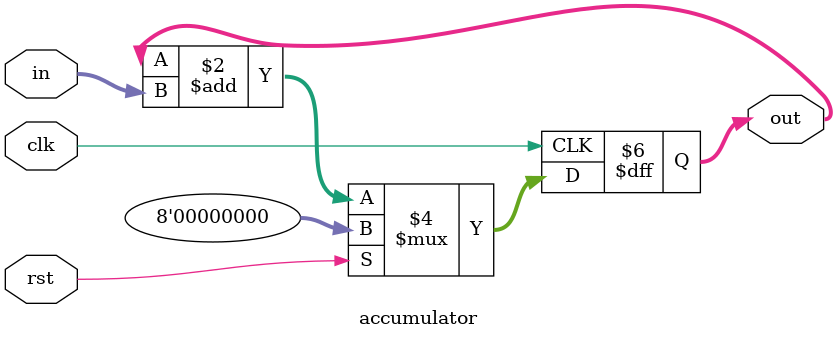
<source format=v>
`timescale 1ns / 1ps

module accumulator (
    input wire clk,         // Clock input
    input wire rst,         // Synchronous reset input
    input wire [7:0] in,   // Input from multiplier (24 bits)
    output reg [7:0] out   // Accumulated output (24 bits)
);

// Reset condition
always @(posedge clk)
begin
    if (rst)
        out <= 8'd0;       // Reset to zero when rst is high
    else
        out <= out + in;    // Accumulate input to output
end

endmodule


</source>
